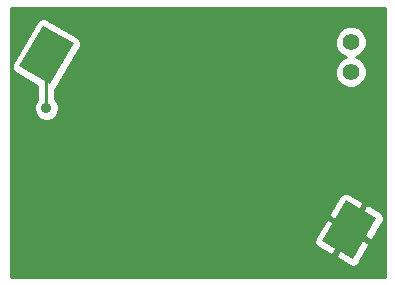
<source format=gbl>
G04 (created by PCBNEW (2013-07-07 BZR 4022)-stable) date 24/01/2014 12:39:24 p.m.*
%MOIN*%
G04 Gerber Fmt 3.4, Leading zero omitted, Abs format*
%FSLAX34Y34*%
G01*
G70*
G90*
G04 APERTURE LIST*
%ADD10C,0.00590551*%
%ADD11C,0.055*%
%ADD12C,0.035*%
%ADD13C,0.01*%
G04 APERTURE END LIST*
G54D10*
G54D11*
X74600Y-54400D03*
X74600Y-55400D03*
G54D10*
G36*
X73640Y-61050D02*
X74428Y-59686D01*
X75451Y-60276D01*
X74663Y-61640D01*
X73640Y-61050D01*
X73640Y-61050D01*
G37*
G36*
X63548Y-55223D02*
X64336Y-53859D01*
X65359Y-54449D01*
X64571Y-55813D01*
X63548Y-55223D01*
X63548Y-55223D01*
G37*
G54D12*
X69000Y-55000D03*
X69750Y-61500D03*
X64450Y-56600D03*
G54D13*
X64453Y-54836D02*
X64453Y-56596D01*
X64453Y-56596D02*
X64450Y-56600D01*
G54D10*
G36*
X75730Y-62230D02*
X75705Y-62230D01*
X75705Y-60259D01*
X75679Y-60163D01*
X75619Y-60084D01*
X75162Y-59821D01*
X75125Y-59831D01*
X75125Y-55296D01*
X75045Y-55103D01*
X74897Y-54955D01*
X74764Y-54899D01*
X74897Y-54845D01*
X75044Y-54697D01*
X75124Y-54504D01*
X75125Y-54296D01*
X75045Y-54103D01*
X74897Y-53955D01*
X74704Y-53875D01*
X74496Y-53874D01*
X74303Y-53954D01*
X74155Y-54102D01*
X74075Y-54295D01*
X74074Y-54503D01*
X74154Y-54697D01*
X74302Y-54844D01*
X74435Y-54900D01*
X74303Y-54954D01*
X74155Y-55102D01*
X74075Y-55295D01*
X74074Y-55503D01*
X74154Y-55697D01*
X74302Y-55844D01*
X74495Y-55924D01*
X74703Y-55925D01*
X74897Y-55845D01*
X75044Y-55697D01*
X75124Y-55504D01*
X75125Y-55296D01*
X75125Y-59831D01*
X75076Y-59844D01*
X74990Y-59994D01*
X74990Y-59794D01*
X74967Y-59708D01*
X74510Y-59444D01*
X74411Y-59431D01*
X74315Y-59457D01*
X74236Y-59517D01*
X74187Y-59604D01*
X73874Y-60145D01*
X73897Y-60231D01*
X74527Y-60595D01*
X74990Y-59794D01*
X74990Y-59994D01*
X74614Y-60645D01*
X75244Y-61009D01*
X75330Y-60986D01*
X75643Y-60444D01*
X75692Y-60358D01*
X75705Y-60259D01*
X75705Y-62230D01*
X75217Y-62230D01*
X75217Y-61181D01*
X75194Y-61095D01*
X74564Y-60731D01*
X74477Y-60881D01*
X74477Y-60681D01*
X73847Y-60317D01*
X73761Y-60340D01*
X73449Y-60882D01*
X73399Y-60968D01*
X73386Y-61066D01*
X73412Y-61162D01*
X73473Y-61241D01*
X73930Y-61505D01*
X74015Y-61482D01*
X74477Y-60681D01*
X74477Y-60881D01*
X74101Y-61532D01*
X74124Y-61618D01*
X74581Y-61881D01*
X74680Y-61894D01*
X74776Y-61869D01*
X74855Y-61808D01*
X74905Y-61722D01*
X75217Y-61181D01*
X75217Y-62230D01*
X65613Y-62230D01*
X65613Y-54433D01*
X65587Y-54337D01*
X65527Y-54258D01*
X65441Y-54208D01*
X64418Y-53618D01*
X64319Y-53605D01*
X64223Y-53630D01*
X64144Y-53691D01*
X64094Y-53777D01*
X63307Y-55141D01*
X63294Y-55239D01*
X63320Y-55335D01*
X63380Y-55414D01*
X63466Y-55464D01*
X64153Y-55861D01*
X64153Y-56295D01*
X64089Y-56358D01*
X64025Y-56515D01*
X64024Y-56684D01*
X64089Y-56840D01*
X64208Y-56960D01*
X64365Y-57024D01*
X64534Y-57025D01*
X64690Y-56960D01*
X64810Y-56841D01*
X64874Y-56684D01*
X64875Y-56515D01*
X64810Y-56359D01*
X64753Y-56302D01*
X64753Y-55989D01*
X64763Y-55982D01*
X64812Y-55895D01*
X65600Y-54532D01*
X65613Y-54433D01*
X65613Y-62230D01*
X63269Y-62230D01*
X63269Y-53269D01*
X75730Y-53269D01*
X75730Y-62230D01*
X75730Y-62230D01*
G37*
G54D13*
X75730Y-62230D02*
X75705Y-62230D01*
X75705Y-60259D01*
X75679Y-60163D01*
X75619Y-60084D01*
X75162Y-59821D01*
X75125Y-59831D01*
X75125Y-55296D01*
X75045Y-55103D01*
X74897Y-54955D01*
X74764Y-54899D01*
X74897Y-54845D01*
X75044Y-54697D01*
X75124Y-54504D01*
X75125Y-54296D01*
X75045Y-54103D01*
X74897Y-53955D01*
X74704Y-53875D01*
X74496Y-53874D01*
X74303Y-53954D01*
X74155Y-54102D01*
X74075Y-54295D01*
X74074Y-54503D01*
X74154Y-54697D01*
X74302Y-54844D01*
X74435Y-54900D01*
X74303Y-54954D01*
X74155Y-55102D01*
X74075Y-55295D01*
X74074Y-55503D01*
X74154Y-55697D01*
X74302Y-55844D01*
X74495Y-55924D01*
X74703Y-55925D01*
X74897Y-55845D01*
X75044Y-55697D01*
X75124Y-55504D01*
X75125Y-55296D01*
X75125Y-59831D01*
X75076Y-59844D01*
X74990Y-59994D01*
X74990Y-59794D01*
X74967Y-59708D01*
X74510Y-59444D01*
X74411Y-59431D01*
X74315Y-59457D01*
X74236Y-59517D01*
X74187Y-59604D01*
X73874Y-60145D01*
X73897Y-60231D01*
X74527Y-60595D01*
X74990Y-59794D01*
X74990Y-59994D01*
X74614Y-60645D01*
X75244Y-61009D01*
X75330Y-60986D01*
X75643Y-60444D01*
X75692Y-60358D01*
X75705Y-60259D01*
X75705Y-62230D01*
X75217Y-62230D01*
X75217Y-61181D01*
X75194Y-61095D01*
X74564Y-60731D01*
X74477Y-60881D01*
X74477Y-60681D01*
X73847Y-60317D01*
X73761Y-60340D01*
X73449Y-60882D01*
X73399Y-60968D01*
X73386Y-61066D01*
X73412Y-61162D01*
X73473Y-61241D01*
X73930Y-61505D01*
X74015Y-61482D01*
X74477Y-60681D01*
X74477Y-60881D01*
X74101Y-61532D01*
X74124Y-61618D01*
X74581Y-61881D01*
X74680Y-61894D01*
X74776Y-61869D01*
X74855Y-61808D01*
X74905Y-61722D01*
X75217Y-61181D01*
X75217Y-62230D01*
X65613Y-62230D01*
X65613Y-54433D01*
X65587Y-54337D01*
X65527Y-54258D01*
X65441Y-54208D01*
X64418Y-53618D01*
X64319Y-53605D01*
X64223Y-53630D01*
X64144Y-53691D01*
X64094Y-53777D01*
X63307Y-55141D01*
X63294Y-55239D01*
X63320Y-55335D01*
X63380Y-55414D01*
X63466Y-55464D01*
X64153Y-55861D01*
X64153Y-56295D01*
X64089Y-56358D01*
X64025Y-56515D01*
X64024Y-56684D01*
X64089Y-56840D01*
X64208Y-56960D01*
X64365Y-57024D01*
X64534Y-57025D01*
X64690Y-56960D01*
X64810Y-56841D01*
X64874Y-56684D01*
X64875Y-56515D01*
X64810Y-56359D01*
X64753Y-56302D01*
X64753Y-55989D01*
X64763Y-55982D01*
X64812Y-55895D01*
X65600Y-54532D01*
X65613Y-54433D01*
X65613Y-62230D01*
X63269Y-62230D01*
X63269Y-53269D01*
X75730Y-53269D01*
X75730Y-62230D01*
M02*

</source>
